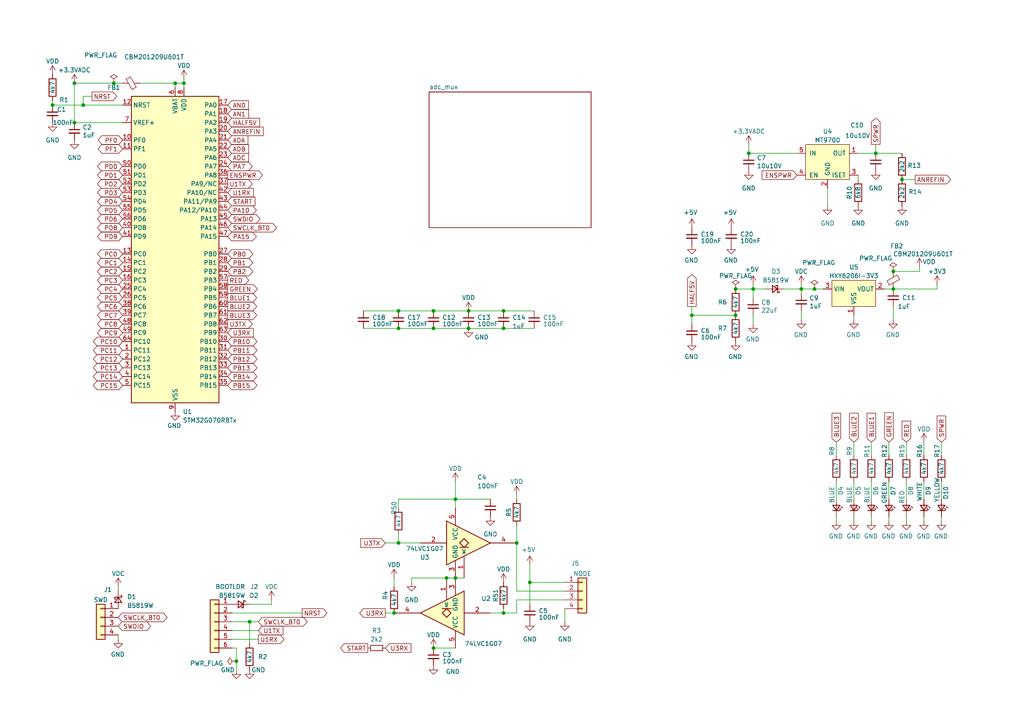
<source format=kicad_sch>
(kicad_sch (version 20231120) (generator "eeschema") (generator_version "8.0")
  (paper "A4")
  (title_block (title "DRYER_ADC_4051") (date "2023-08-19") (rev "0.91") (company "Patento Kft") (comment 1 "Layout:TJP") (comment 2 "Drawing: TJP") (comment 3 "Design:TJP"))
  (junction (at 259.08 78.74))
  (junction (at 125.73 95.25))
  (junction (at 21.59 24.13))
  (junction (at 115.57 95.25))
  (junction (at 153.67 168.91))
  (junction (at 236.22 83.82))
  (junction (at 72.39 180.34))
  (junction (at 125.73 187.96))
  (junction (at 24.13 30.48))
  (junction (at 15.24 30.48))
  (junction (at 261.62 52.07))
  (junction (at 146.05 95.25))
  (junction (at 146.05 177.8))
  (junction (at 135.89 90.17))
  (junction (at 259.08 83.82))
  (junction (at 213.36 91.44))
  (junction (at 50.8 24.13))
  (junction (at 149.86 157.48))
  (junction (at 125.73 90.17))
  (junction (at 115.57 157.48))
  (junction (at 217.17 44.45))
  (junction (at 254 44.45))
  (junction (at 232.41 83.82))
  (junction (at 132.08 167.64))
  (junction (at 53.34 24.13))
  (junction (at 68.58 191.77))
  (junction (at 213.36 83.82))
  (junction (at 33.02 24.13))
  (junction (at 21.59 35.56))
  (junction (at 129.54 167.64))
  (junction (at 218.44 83.82))
  (junction (at 200.66 91.44))
  (junction (at 114.3 177.8))
  (junction (at 135.89 95.25))
  (junction (at 132.08 144.78))
  (junction (at 115.57 90.17))
  (junction (at 146.05 90.17))
  (wire (pts (xy 256.54 83.82) (xy 259.08 83.82)))
  (wire (pts (xy 74.93 185.42) (xy 67.31 185.42)))
  (wire (pts (xy 146.05 90.17) (xy 154.94 90.17)))
  (wire (pts (xy 115.57 90.17) (xy 125.73 90.17)))
  (wire (pts (xy 242.57 128.27) (xy 242.57 132.08)))
  (wire (pts (xy 21.59 35.56) (xy 21.59 24.13)))
  (wire (pts (xy 247.65 91.44) (xy 247.65 92.71)))
  (wire (pts (xy 217.17 41.91) (xy 217.17 44.45)))
  (wire (pts (xy 111.76 157.48) (xy 115.57 157.48)))
  (wire (pts (xy 115.57 154.94) (xy 115.57 157.48)))
  (wire (pts (xy 218.44 83.82) (xy 222.25 83.82)))
  (wire (pts (xy 72.39 180.34) (xy 72.39 186.69)))
  (wire (pts (xy 153.67 175.26) (xy 153.67 168.91)))
  (wire (pts (xy 163.83 176.53) (xy 163.83 180.34)))
  (wire (pts (xy 248.92 44.45) (xy 254 44.45)))
  (wire (pts (xy 149.86 143.51) (xy 149.86 144.78)))
  (wire (pts (xy 34.29 171.45) (xy 34.29 170.18)))
  (wire (pts (xy 87.63 177.8) (xy 67.31 177.8)))
  (wire (pts (xy 24.13 30.48) (xy 35.56 30.48)))
  (wire (pts (xy 273.05 151.13) (xy 273.05 149.86)))
  (wire (pts (xy 125.73 90.17) (xy 135.89 90.17)))
  (wire (pts (xy 53.34 24.13) (xy 53.34 25.4)))
  (wire (pts (xy 247.65 139.7) (xy 247.65 144.78)))
  (wire (pts (xy 50.8 24.13) (xy 50.8 25.4)))
  (wire (pts (xy 153.67 163.83) (xy 153.67 168.91)))
  (wire (pts (xy 129.54 167.64) (xy 119.38 167.64)))
  (wire (pts (xy 254 44.45) (xy 261.62 44.45)))
  (wire (pts (xy 218.44 83.82) (xy 218.44 82.55)))
  (wire (pts (xy 218.44 83.82) (xy 218.44 86.36)))
  (wire (pts (xy 111.76 177.8) (xy 114.3 177.8)))
  (wire (pts (xy 262.89 139.7) (xy 262.89 144.78)))
  (wire (pts (xy 248.92 50.8) (xy 248.92 52.07)))
  (wire (pts (xy 267.97 128.27) (xy 267.97 132.08)))
  (wire (pts (xy 232.41 90.17) (xy 232.41 92.71)))
  (wire (pts (xy 259.08 88.9) (xy 259.08 92.71)))
  (wire (pts (xy 273.05 128.27) (xy 273.05 132.08)))
  (wire (pts (xy 34.29 184.15) (xy 34.29 185.42)))
  (wire (pts (xy 40.64 24.13) (xy 50.8 24.13)))
  (wire (pts (xy 257.81 128.27) (xy 257.81 132.08)))
  (wire (pts (xy 240.03 54.61) (xy 240.03 59.69)))
  (wire (pts (xy 252.73 151.13) (xy 252.73 149.86)))
  (wire (pts (xy 68.58 191.77) (xy 68.58 194.31)))
  (wire (pts (xy 53.34 22.86) (xy 53.34 24.13)))
  (wire (pts (xy 68.58 187.96) (xy 67.31 187.96)))
  (wire (pts (xy 15.24 29.21) (xy 15.24 30.48)))
  (wire (pts (xy 262.89 128.27) (xy 262.89 132.08)))
  (wire (pts (xy 149.86 157.48) (xy 149.86 171.45)))
  (wire (pts (xy 149.86 152.4) (xy 149.86 157.48)))
  (wire (pts (xy 78.74 175.26) (xy 72.39 175.26)))
  (wire (pts (xy 271.78 83.82) (xy 271.78 82.55)))
  (wire (pts (xy 259.08 83.82) (xy 271.78 83.82)))
  (wire (pts (xy 273.05 139.7) (xy 273.05 144.78)))
  (wire (pts (xy 72.39 180.34) (xy 67.31 180.34)))
  (wire (pts (xy 266.7 78.74) (xy 266.7 77.47)))
  (wire (pts (xy 115.57 147.32) (xy 115.57 144.78)))
  (wire (pts (xy 153.67 168.91) (xy 163.83 168.91)))
  (wire (pts (xy 21.59 24.13) (xy 33.02 24.13)))
  (wire (pts (xy 74.93 182.88) (xy 67.31 182.88)))
  (wire (pts (xy 252.73 139.7) (xy 252.73 144.78)))
  (wire (pts (xy 26.67 27.94) (xy 24.13 27.94)))
  (wire (pts (xy 78.74 175.26) (xy 78.74 173.99)))
  (wire (pts (xy 105.41 95.25) (xy 115.57 95.25)))
  (wire (pts (xy 257.81 139.7) (xy 257.81 144.78)))
  (wire (pts (xy 146.05 95.25) (xy 154.94 95.25)))
  (wire (pts (xy 149.86 173.99) (xy 163.83 173.99)))
  (wire (pts (xy 115.57 157.48) (xy 121.92 157.48)))
  (wire (pts (xy 267.97 151.13) (xy 267.97 149.86)))
  (wire (pts (xy 149.86 171.45) (xy 163.83 171.45)))
  (wire (pts (xy 119.38 167.64) (xy 119.38 168.91)))
  (wire (pts (xy 254 41.91) (xy 254 44.45)))
  (wire (pts (xy 262.89 151.13) (xy 262.89 149.86)))
  (wire (pts (xy 146.05 176.53) (xy 146.05 177.8)))
  (wire (pts (xy 200.66 88.9) (xy 200.66 91.44)))
  (wire (pts (xy 35.56 35.56) (xy 21.59 35.56)))
  (wire (pts (xy 68.58 187.96) (xy 68.58 191.77)))
  (wire (pts (xy 50.8 24.13) (xy 53.34 24.13)))
  (wire (pts (xy 149.86 177.8) (xy 149.86 173.99)))
  (wire (pts (xy 146.05 177.8) (xy 149.86 177.8)))
  (wire (pts (xy 257.81 151.13) (xy 257.81 149.86)))
  (wire (pts (xy 142.24 144.78) (xy 132.08 144.78)))
  (wire (pts (xy 242.57 151.13) (xy 242.57 149.86)))
  (wire (pts (xy 200.66 91.44) (xy 213.36 91.44)))
  (wire (pts (xy 125.73 95.25) (xy 135.89 95.25)))
  (wire (pts (xy 74.93 180.34) (xy 72.39 180.34)))
  (wire (pts (xy 232.41 85.09) (xy 232.41 83.82)))
  (wire (pts (xy 33.02 24.13) (xy 35.56 24.13)))
  (wire (pts (xy 125.73 187.96) (xy 132.08 187.96)))
  (wire (pts (xy 142.24 177.8) (xy 146.05 177.8)))
  (wire (pts (xy 134.62 167.64) (xy 132.08 167.64)))
  (wire (pts (xy 252.73 128.27) (xy 252.73 132.08)))
  (wire (pts (xy 247.65 128.27) (xy 247.65 132.08)))
  (wire (pts (xy 132.08 144.78) (xy 132.08 147.32)))
  (wire (pts (xy 236.22 83.82) (xy 238.76 83.82)))
  (wire (pts (xy 115.57 95.25) (xy 125.73 95.25)))
  (wire (pts (xy 135.89 90.17) (xy 146.05 90.17)))
  (wire (pts (xy 135.89 95.25) (xy 146.05 95.25)))
  (wire (pts (xy 266.7 78.74) (xy 259.08 78.74)))
  (wire (pts (xy 114.3 167.64) (xy 114.3 170.18)))
  (wire (pts (xy 232.41 82.55) (xy 232.41 83.82)))
  (wire (pts (xy 200.66 93.98) (xy 200.66 91.44)))
  (wire (pts (xy 15.24 30.48) (xy 24.13 30.48)))
  (wire (pts (xy 218.44 91.44) (xy 218.44 93.98)))
  (wire (pts (xy 115.57 144.78) (xy 132.08 144.78)))
  (wire (pts (xy 227.33 83.82) (xy 232.41 83.82)))
  (wire (pts (xy 242.57 139.7) (xy 242.57 144.78)))
  (wire (pts (xy 217.17 44.45) (xy 231.14 44.45)))
  (wire (pts (xy 267.97 139.7) (xy 267.97 144.78)))
  (wire (pts (xy 105.41 90.17) (xy 115.57 90.17)))
  (wire (pts (xy 247.65 151.13) (xy 247.65 149.86)))
  (wire (pts (xy 132.08 167.64) (xy 129.54 167.64)))
  (wire (pts (xy 132.08 139.7) (xy 132.08 144.78)))
  (wire (pts (xy 24.13 27.94) (xy 24.13 30.48)))
  (wire (pts (xy 261.62 52.07) (xy 265.43 52.07)))
  (wire (pts (xy 232.41 83.82) (xy 236.22 83.82)))
  (wire (pts (xy 213.36 83.82) (xy 218.44 83.82)))
  (global_label "START" (shape input) (at 66.04 58.42 0) (property "Intersheetrefs" "${INTERSHEET_REFS}" (effects (hide yes))))
  (global_label "U1TX" (shape output) (at 66.04 53.34 0) (property "Intersheetrefs" "${INTERSHEET_REFS}" (effects (hide yes))))
  (global_label "GREEN" (shape input) (at 257.81 128.27 90) (property "Intersheetrefs" "${INTERSHEET_REFS}" (effects (hide yes))))
  (global_label "PB2" (shape bidirectional) (at 66.04 78.74 0) (property "Intersheetrefs" "${INTERSHEET_REFS}" (effects (hide yes))))
  (global_label "PD8" (shape bidirectional) (at 35.56 66.04 180) (property "Intersheetrefs" "${INTERSHEET_REFS}" (effects (hide yes))))
  (global_label "PF0" (shape bidirectional) (at 35.56 40.64 180) (property "Intersheetrefs" "${INTERSHEET_REFS}" (effects (hide yes))))
  (global_label "U1RX" (shape input) (at 66.04 55.88 0) (property "Intersheetrefs" "${INTERSHEET_REFS}" (effects (hide yes))))
  (global_label "PD5" (shape bidirectional) (at 35.56 60.96 180) (property "Intersheetrefs" "${INTERSHEET_REFS}" (effects (hide yes))))
  (global_label "PB10" (shape bidirectional) (at 66.04 99.06 0) (property "Intersheetrefs" "${INTERSHEET_REFS}" (effects (hide yes))))
  (global_label "PF1" (shape bidirectional) (at 35.56 43.18 180) (property "Intersheetrefs" "${INTERSHEET_REFS}" (effects (hide yes))))
  (global_label "NRST" (shape output) (at 26.67 27.94 0) (property "Intersheetrefs" "${INTERSHEET_REFS}" (effects (hide yes))))
  (global_label "SWDIO" (shape bidirectional) (at 66.04 63.5 0) (property "Intersheetrefs" "${INTERSHEET_REFS}" (effects (hide yes))))
  (global_label "PC11" (shape bidirectional) (at 35.56 101.6 180) (property "Intersheetrefs" "${INTERSHEET_REFS}" (effects (hide yes))))
  (global_label "PD6" (shape bidirectional) (at 35.56 63.5 180) (property "Intersheetrefs" "${INTERSHEET_REFS}" (effects (hide yes))))
  (global_label "PB13" (shape bidirectional) (at 66.04 106.68 0) (property "Intersheetrefs" "${INTERSHEET_REFS}" (effects (hide yes))))
  (global_label "BLUE2" (shape input) (at 247.65 128.27 90) (property "Intersheetrefs" "${INTERSHEET_REFS}" (effects (hide yes))))
  (global_label "SWCLK_BT0" (shape bidirectional) (at 34.29 179.07 0) (property "Intersheetrefs" "${INTERSHEET_REFS}" (effects (hide yes))))
  (global_label "ENSPWR" (shape input) (at 231.14 50.8 180) (property "Intersheetrefs" "${INTERSHEET_REFS}" (effects (hide yes))))
  (global_label "PC0" (shape bidirectional) (at 35.56 73.66 180) (property "Intersheetrefs" "${INTERSHEET_REFS}" (effects (hide yes))))
  (global_label "PA7" (shape bidirectional) (at 66.04 48.26 0) (property "Intersheetrefs" "${INTERSHEET_REFS}" (effects (hide yes))))
  (global_label "PC6" (shape bidirectional) (at 35.56 88.9 180) (property "Intersheetrefs" "${INTERSHEET_REFS}" (effects (hide yes))))
  (global_label "SPWR" (shape output) (at 254 41.91 90) (property "Intersheetrefs" "${INTERSHEET_REFS}" (effects (hide yes))))
  (global_label "ADA" (shape input) (at 66.04 40.64 0) (property "Intersheetrefs" "${INTERSHEET_REFS}" (effects (hide yes))))
  (global_label "PC1" (shape bidirectional) (at 35.56 76.2 180) (property "Intersheetrefs" "${INTERSHEET_REFS}" (effects (hide yes))))
  (global_label "PB14" (shape bidirectional) (at 66.04 109.22 0) (property "Intersheetrefs" "${INTERSHEET_REFS}" (effects (hide yes))))
  (global_label "SWCLK_BT0" (shape bidirectional) (at 66.04 66.04 0) (property "Intersheetrefs" "${INTERSHEET_REFS}" (effects (hide yes))))
  (global_label "PC4" (shape bidirectional) (at 35.56 83.82 180) (property "Intersheetrefs" "${INTERSHEET_REFS}" (effects (hide yes))))
  (global_label "ANREFIN" (shape output) (at 265.43 52.07 0) (property "Intersheetrefs" "${INTERSHEET_REFS}" (effects (hide yes))))
  (global_label "RED" (shape output) (at 66.04 81.28 0) (property "Intersheetrefs" "${INTERSHEET_REFS}" (effects (hide yes))))
  (global_label "PC13" (shape bidirectional) (at 35.56 106.68 180) (property "Intersheetrefs" "${INTERSHEET_REFS}" (effects (hide yes))))
  (global_label "HALF5V" (shape input) (at 66.04 35.56 0) (property "Intersheetrefs" "${INTERSHEET_REFS}" (effects (hide yes))))
  (global_label "PC10" (shape bidirectional) (at 35.56 99.06 180) (property "Intersheetrefs" "${INTERSHEET_REFS}" (effects (hide yes))))
  (global_label "SWDIO" (shape bidirectional) (at 34.29 181.61 0) (property "Intersheetrefs" "${INTERSHEET_REFS}" (effects (hide yes))))
  (global_label "U3RX" (shape input) (at 66.04 96.52 0) (property "Intersheetrefs" "${INTERSHEET_REFS}" (effects (hide yes))))
  (global_label "BLUE1" (shape output) (at 66.04 86.36 0) (property "Intersheetrefs" "${INTERSHEET_REFS}" (effects (hide yes))))
  (global_label "PD2" (shape bidirectional) (at 35.56 53.34 180) (property "Intersheetrefs" "${INTERSHEET_REFS}" (effects (hide yes))))
  (global_label "U3TX" (shape output) (at 66.04 93.98 0) (property "Intersheetrefs" "${INTERSHEET_REFS}" (effects (hide yes))))
  (global_label "PD4" (shape bidirectional) (at 35.56 58.42 180) (property "Intersheetrefs" "${INTERSHEET_REFS}" (effects (hide yes))))
  (global_label "PC14" (shape bidirectional) (at 35.56 109.22 180) (property "Intersheetrefs" "${INTERSHEET_REFS}" (effects (hide yes))))
  (global_label "AN0" (shape input) (at 66.04 30.48 0) (property "Intersheetrefs" "${INTERSHEET_REFS}" (effects (hide yes))))
  (global_label "PA10" (shape bidirectional) (at 66.04 60.96 0) (property "Intersheetrefs" "${INTERSHEET_REFS}" (effects (hide yes))))
  (global_label "U1TX" (shape input) (at 74.93 182.88 0) (property "Intersheetrefs" "${INTERSHEET_REFS}" (effects (hide yes))))
  (global_label "SPWR" (shape input) (at 273.05 128.27 90) (property "Intersheetrefs" "${INTERSHEET_REFS}" (effects (hide yes))))
  (global_label "ANREFIN" (shape input) (at 66.04 38.1 0) (property "Intersheetrefs" "${INTERSHEET_REFS}" (effects (hide yes))))
  (global_label "BLUE2" (shape output) (at 66.04 88.9 0) (property "Intersheetrefs" "${INTERSHEET_REFS}" (effects (hide yes))))
  (global_label "PB0" (shape bidirectional) (at 66.04 73.66 0) (property "Intersheetrefs" "${INTERSHEET_REFS}" (effects (hide yes))))
  (global_label "PC7" (shape bidirectional) (at 35.56 91.44 180) (property "Intersheetrefs" "${INTERSHEET_REFS}" (effects (hide yes))))
  (global_label "ENSPWR" (shape output) (at 66.04 50.8 0) (property "Intersheetrefs" "${INTERSHEET_REFS}" (effects (hide yes))))
  (global_label "PD1" (shape bidirectional) (at 35.56 50.8 180) (property "Intersheetrefs" "${INTERSHEET_REFS}" (effects (hide yes))))
  (global_label "PD0" (shape bidirectional) (at 35.56 48.26 180) (property "Intersheetrefs" "${INTERSHEET_REFS}" (effects (hide yes))))
  (global_label "U1RX" (shape output) (at 74.93 185.42 0) (property "Intersheetrefs" "${INTERSHEET_REFS}" (effects (hide yes))))
  (global_label "ADC" (shape input) (at 66.04 45.72 0) (property "Intersheetrefs" "${INTERSHEET_REFS}" (effects (hide yes))))
  (global_label "NRST" (shape output) (at 87.63 177.8 0) (property "Intersheetrefs" "${INTERSHEET_REFS}" (effects (hide yes))))
  (global_label "BLUE3" (shape input) (at 242.57 128.27 90) (property "Intersheetrefs" "${INTERSHEET_REFS}" (effects (hide yes))))
  (global_label "U3RX" (shape output) (at 111.76 177.8 180) (property "Intersheetrefs" "${INTERSHEET_REFS}" (effects (hide yes))))
  (global_label "START" (shape output) (at 106.68 187.96 180) (property "Intersheetrefs" "${INTERSHEET_REFS}" (effects (hide yes))))
  (global_label "PC15" (shape bidirectional) (at 35.56 111.76 180) (property "Intersheetrefs" "${INTERSHEET_REFS}" (effects (hide yes))))
  (global_label "PC3" (shape bidirectional) (at 35.56 81.28 180) (property "Intersheetrefs" "${INTERSHEET_REFS}" (effects (hide yes))))
  (global_label "BLUE3" (shape output) (at 66.04 91.44 0) (property "Intersheetrefs" "${INTERSHEET_REFS}" (effects (hide yes))))
  (global_label "SWCLK_BT0" (shape bidirectional) (at 74.93 180.34 0) (property "Intersheetrefs" "${INTERSHEET_REFS}" (effects (hide yes))))
  (global_label "ADB" (shape input) (at 66.04 43.18 0) (property "Intersheetrefs" "${INTERSHEET_REFS}" (effects (hide yes))))
  (global_label "BLUE1" (shape input) (at 252.73 128.27 90) (property "Intersheetrefs" "${INTERSHEET_REFS}" (effects (hide yes))))
  (global_label "PB11" (shape bidirectional) (at 66.04 101.6 0) (property "Intersheetrefs" "${INTERSHEET_REFS}" (effects (hide yes))))
  (global_label "PC2" (shape bidirectional) (at 35.56 78.74 180) (property "Intersheetrefs" "${INTERSHEET_REFS}" (effects (hide yes))))
  (global_label "U3RX" (shape input) (at 111.76 187.96 0) (property "Intersheetrefs" "${INTERSHEET_REFS}" (effects (hide yes))))
  (global_label "PC8" (shape bidirectional) (at 35.56 93.98 180) (property "Intersheetrefs" "${INTERSHEET_REFS}" (effects (hide yes))))
  (global_label "PD3" (shape bidirectional) (at 35.56 55.88 180) (property "Intersheetrefs" "${INTERSHEET_REFS}" (effects (hide yes))))
  (global_label "U3TX" (shape input) (at 111.76 157.48 180) (property "Intersheetrefs" "${INTERSHEET_REFS}" (effects (hide yes))))
  (global_label "HALF5V" (shape output) (at 200.66 88.9 90) (property "Intersheetrefs" "${INTERSHEET_REFS}" (effects (hide yes))))
  (global_label "PB1" (shape bidirectional) (at 66.04 76.2 0) (property "Intersheetrefs" "${INTERSHEET_REFS}" (effects (hide yes))))
  (global_label "PC5" (shape bidirectional) (at 35.56 86.36 180) (property "Intersheetrefs" "${INTERSHEET_REFS}" (effects (hide yes))))
  (global_label "PA15" (shape bidirectional) (at 66.04 68.58 0) (property "Intersheetrefs" "${INTERSHEET_REFS}" (effects (hide yes))))
  (global_label "PC12" (shape bidirectional) (at 35.56 104.14 180) (property "Intersheetrefs" "${INTERSHEET_REFS}" (effects (hide yes))))
  (global_label "GREEN" (shape output) (at 66.04 83.82 0) (property "Intersheetrefs" "${INTERSHEET_REFS}" (effects (hide yes))))
  (global_label "RED" (shape input) (at 262.89 128.27 90) (property "Intersheetrefs" "${INTERSHEET_REFS}" (effects (hide yes))))
  (global_label "PC9" (shape bidirectional) (at 35.56 96.52 180) (property "Intersheetrefs" "${INTERSHEET_REFS}" (effects (hide yes))))
  (global_label "PB15" (shape bidirectional) (at 66.04 111.76 0) (property "Intersheetrefs" "${INTERSHEET_REFS}" (effects (hide yes))))
  (global_label "AN1" (shape input) (at 66.04 33.02 0) (property "Intersheetrefs" "${INTERSHEET_REFS}" (effects (hide yes))))
  (global_label "PB12" (shape bidirectional) (at 66.04 104.14 0) (property "Intersheetrefs" "${INTERSHEET_REFS}" (effects (hide yes))))
  (global_label "PD9" (shape bidirectional) (at 35.56 68.58 180) (property "Intersheetrefs" "${INTERSHEET_REFS}" (effects (hide yes))))
  (symbol (lib_id "power:PWR_FLAG") (at 68.58 191.77 90) (mirror x) (unit 1)
    (property "Reference" "#FLG02" (effects (hide yes)))
    (property "Value" "PWR_FLAG" (at 64.77 192.405 90) (effects (justify left)))
  )
  (symbol (lib_id "power:VDD") (at 266.7 77.47 0) (unit 1)
    (property "Reference" "#PWR041" (effects (hide yes)))
    (property "Value" "VDD" (at 269.494 75.946 0))
  )
  (symbol (lib_id "power:GND") (at 68.58 194.31 0) (mirror y) (unit 1)
    (property "Reference" "#PWR09" (effects (hide yes)))
    (property "Value" "GND" (at 66.04 194.31 0))
  )
  (symbol (lib_id "power:GND") (at 261.62 59.69 0) (unit 1)
    (property "Reference" "#PWR039" (effects (hide yes)))
    (property "Value" "GND" (at 261.62 64.77 0))
  )
  (symbol (lib_id "Device:R") (at 72.39 190.5 0) (unit 1)
    (property "Reference" "R2" (at 76.2 190.5 0))
    (property "Value" "4k7" (at 72.39 190.5 90))
    (property "Footprint" "Resistor_SMD:R_0402_1005Metric" (effects (hide yes)))
    (property "JLCPCB" "C25900" (effects (hide yes)))
    (property "LCSC #" "C25900" (effects (hide yes)))
  )
  (symbol (lib_id "power:VDD") (at 135.89 90.17 0) (unit 1)
    (property "Reference" "#PWR047" (effects (hide yes)))
    (property "Value" "VDD" (at 135.89 86.36 0))
  )
  (symbol (lib_id "power:PWR_FLAG") (at 213.36 83.82 0) (unit 1)
    (property "Reference" "#FLG03" (effects (hide yes)))
    (property "Value" "PWR_FLAG" (at 213.36 80.01 0))
  )
  (symbol (lib_id "Device:R") (at 267.97 135.89 0) (mirror y) (unit 1)
    (property "Reference" "R16" (at 266.7 130.81 90))
    (property "Value" "4k7" (at 267.97 135.89 90))
    (property "Footprint" "Resistor_SMD:R_0402_1005Metric" (effects (hide yes)))
    (property "JLCPCB" "C25900" (effects (hide yes)))
    (property "LCSC #" "C25900" (effects (hide yes)))
  )
  (symbol (lib_id "power:VDD") (at 15.24 21.59 0) (unit 1)
    (property "Reference" "#PWR01" (effects (hide yes)))
    (property "Value" "VDD" (at 15.24 17.78 0))
  )
  (symbol (lib_id "power:GND") (at 267.97 151.13 0) (mirror y) (unit 1)
    (property "Reference" "#PWR043" (effects (hide yes)))
    (property "Value" "GND" (at 267.843 155.5242 0))
  )
  (symbol (lib_id "tjp_lib:HXY6206I") (at 247.65 83.82 0) (unit 1)
    (property "Reference" "U5" (at 247.65 77.47 0))
    (property "Value" "HXY6206I-3V3" (at 247.65 80.01 0))
    (property "Footprint" "Package_TO_SOT_SMD:SOT-23" (effects (hide yes)))
    (property "JLCPCB" "C5148688" (effects (hide yes)))
    (property "LCSC #" "C5148688" (effects (hide yes)))
  )
  (symbol (lib_id "power:VDD") (at 114.3 167.64 0) (unit 1)
    (property "Reference" "#PWR012" (effects (hide yes)))
    (property "Value" "VDD" (at 114.3 163.83 0))
  )
  (symbol (lib_id "Device:R") (at 146.05 172.72 0) (mirror y) (unit 1)
    (property "Reference" "R51" (at 143.764 172.72 90))
    (property "Value" "4k7" (at 146.05 172.72 90))
    (property "Footprint" "Resistor_SMD:R_0402_1005Metric" (effects (hide yes)))
    (property "JLCPCB" "C25900" (effects (hide yes)))
    (property "LCSC #" "C25900" (effects (hide yes)))
  )
  (symbol (lib_id "dryer_node-rescue:Ferrite_Bead_Small-Device") (at 38.1 24.13 90) (mirror x) (unit 1)
    (property "Reference" "FB1" (at 33.02 25.4 90))
    (property "Value" "CBM201209U601T" (at 44.704 16.51 90))
    (property "Footprint" "Inductor_SMD:L_0805_2012Metric_Pad1.15x1.40mm_HandSolder" (effects (hide yes)))
    (property "JLCPCB" "C139168" (effects (hide yes)))
    (property "LCSC #" "C139168" (effects (hide yes)))
  )
  (symbol (lib_id "Connector_Generic:Conn_01x04") (at 168.91 171.45 0) (unit 1)
    (property "Reference" "J5" (at 166.8272 163.3982 0))
    (property "Value" "NODE" (at 168.91 166.37 0))
    (property "Footprint" "Connector_JST:JST_XH_B4B-XH-A_1x04_P2.50mm_Vertical" (effects (hide yes)))
    (property "JLCPCB" "C144395" (effects (hide yes)))
    (property "LCSC #" "C144395" (effects (hide yes)))
  )
  (symbol (lib_id "Device:LED_Small") (at 257.81 147.32 270) (mirror x) (unit 1)
    (property "Reference" "D7" (at 259.08 140.97 0) (effects (justify right)))
    (property "Value" "GREEN" (at 256.54 139.7 0) (effects (justify right)))
    (property "Footprint" "LED_SMD:LED_0603_1608Metric" (effects (hide yes)))
    (property "Sourcing link" "https://lomex.hu/hu/webshop/#/search,95-03-86/stype,1" (effects (hide yes)))
    (property "JLCPCB" "C72043" (effects (hide yes)))
    (property "LCSC #" "C72043" (effects (hide yes)))
  )
  (symbol (lib_id "74xGxx:74LVC1G07") (at 127 177.8 180) (unit 1)
    (property "Reference" "U2" (at 140.97 173.6089 0))
    (property "Value" "74LVC1G07" (at 140.208 186.69 0))
    (property "Footprint" "Package_TO_SOT_SMD:SOT-23-5" (effects (hide yes)))
    (property "Datasheet" "https://www.ti.com/lit/ds/symlink/sn74lvc1g07.pdf" (effects (hide yes)))
    (property "JLCPCB" "C5124976" (effects (hide yes)))
    (property "LCSC #" "C5124976" (effects (hide yes)))
  )
  (symbol (lib_id "Device:R") (at 15.24 25.4 0) (mirror y) (unit 1)
    (property "Reference" "R1" (at 18.542 28.956 0))
    (property "Value" "4k7" (at 15.24 25.4 90))
    (property "Footprint" "Resistor_SMD:R_0402_1005Metric" (effects (hide yes)))
    (property "JLCPCB" "C25900" (effects (hide yes)))
    (property "LCSC #" "C25900" (effects (hide yes)))
  )
  (symbol (lib_id "Device:D_Schottky_Small") (at 34.29 173.99 270) (unit 1)
    (property "Reference" "D1" (at 36.83 173.101 90) (effects (justify left)))
    (property "Value" "B5819W" (at 36.83 175.641 90) (effects (justify left)))
    (property "Footprint" "Diode_SMD:D_SOD-123" (effects (hide yes)))
    (property "JLCPCB" "C8598" (effects (hide yes)))
    (property "LCSC #" "C8598" (effects (hide yes)))
  )
  (symbol (lib_id "Device:LED_Small") (at 247.65 147.32 270) (mirror x) (unit 1)
    (property "Reference" "D5" (at 248.92 140.97 0) (effects (justify right)))
    (property "Value" "BLUE" (at 246.38 140.97 0) (effects (justify right)))
    (property "Footprint" "LED_SMD:LED_0603_1608Metric" (effects (hide yes)))
    (property "Sourcing link" "https://lomex.hu/hu/webshop/#/search,95-03-86/stype,1" (effects (hide yes)))
    (property "JLCPCB" "C72041" (effects (hide yes)))
    (property "LCSC #" "C72041" (effects (hide yes)))
  )
  (symbol (lib_id "power:VDC") (at 232.41 82.55 0) (unit 1)
    (property "Reference" "#PWR028" (effects (hide yes)))
    (property "Value" "VDC" (at 232.41 78.74 0))
  )
  (symbol (lib_id "power:GND") (at 262.89 151.13 0) (mirror y) (unit 1)
    (property "Reference" "#PWR040" (effects (hide yes)))
    (property "Value" "GND" (at 262.763 155.5242 0))
  )
  (symbol (lib_id "power:GND") (at 247.65 92.71 0) (mirror y) (unit 1)
    (property "Reference" "#PWR032" (effects (hide yes)))
    (property "Value" "GND" (at 247.523 97.1042 0))
  )
  (symbol (lib_id "power:GND") (at 50.8 119.38 0) (unit 1)
    (property "Reference" "#PWR07" (effects (hide yes)))
    (property "Value" "GND" (at 50.546 123.444 0))
  )
  (symbol (lib_id "Device:C_Small") (at 217.17 46.99 0) (unit 1)
    (property "Reference" "C7" (at 219.5068 45.8216 0) (effects (justify left)))
    (property "Value" "10u10V" (at 219.5068 48.133 0) (effects (justify left)))
    (property "Footprint" "Capacitor_SMD:C_0603_1608Metric" (effects (hide yes)))
    (property "JLCPCB" "C19702" (effects (hide yes)))
    (property "LCSC #" "C19702" (effects (hide yes)))
  )
  (symbol (lib_id "power:GND") (at 218.44 93.98 0) (mirror y) (unit 1)
    (property "Reference" "#PWR027" (effects (hide yes)))
    (property "Value" "GND" (at 218.313 98.3742 0))
  )
  (symbol (lib_id "power:+5V") (at 153.67 163.83 0) (mirror y) (unit 1)
    (property "Reference" "#PWR019" (effects (hide yes)))
    (property "Value" "+5V" (at 153.289 159.4358 0))
  )
  (symbol (lib_id "power:GND") (at 153.67 180.34 0) (unit 1)
    (property "Reference" "#PWR020" (effects (hide yes)))
    (property "Value" "GND" (at 153.67 185.42 0))
  )
  (symbol (lib_id "Device:LED_Small") (at 252.73 147.32 270) (mirror x) (unit 1)
    (property "Reference" "D6" (at 254 140.97 0) (effects (justify right)))
    (property "Value" "BLUE" (at 251.46 140.97 0) (effects (justify right)))
    (property "Footprint" "LED_SMD:LED_0603_1608Metric" (effects (hide yes)))
    (property "Sourcing link" "https://lomex.hu/hu/webshop/#/search,95-03-86/stype,1" (effects (hide yes)))
    (property "JLCPCB" "C72041" (effects (hide yes)))
    (property "LCSC #" "C72041" (effects (hide yes)))
  )
  (symbol (lib_id "power:GND") (at 125.73 193.04 0) (unit 1)
    (property "Reference" "#PWR015" (effects (hide yes)))
    (property "Value" "GND" (at 131.318 194.818 0))
  )
  (symbol (lib_id "Device:R") (at 273.05 135.89 0) (mirror y) (unit 1)
    (property "Reference" "R17" (at 271.78 130.81 90))
    (property "Value" "4k7" (at 273.05 135.89 90))
    (property "Footprint" "Resistor_SMD:R_0402_1005Metric" (effects (hide yes)))
    (property "JLCPCB" "C25900" (effects (hide yes)))
    (property "LCSC #" "C25900" (effects (hide yes)))
  )
  (symbol (lib_id "Device:C_Small") (at 154.94 92.71 0) (unit 1)
    (property "Reference" "C15" (at 157.48 92.0813 0) (effects (justify left)))
    (property "Value" "100nF" (at 157.48 93.98 0) (effects (justify left)))
    (property "Footprint" "Capacitor_SMD:C_0402_1005Metric" (effects (hide yes)))
    (property "JLCPCB" "C1525" (effects (hide yes)))
    (property "LCSC #" "C1525" (effects (hide yes)))
  )
  (symbol (lib_id "power:+5V") (at 200.66 66.04 0) (mirror y) (unit 1)
    (property "Reference" "#PWR067" (effects (hide yes)))
    (property "Value" "+5V" (at 200.279 61.6458 0))
  )
  (symbol (lib_id "power:GND") (at 135.89 95.25 0) (unit 1)
    (property "Reference" "#PWR048" (effects (hide yes)))
    (property "Value" "GND" (at 139.7 97.79 0))
  )
  (symbol (lib_id "power:GND") (at 252.73 151.13 0) (mirror y) (unit 1)
    (property "Reference" "#PWR035" (effects (hide yes)))
    (property "Value" "GND" (at 252.603 155.5242 0))
  )
  (symbol (lib_id "power:GND") (at 15.24 35.56 0) (unit 1)
    (property "Reference" "#PWR02" (effects (hide yes)))
    (property "Value" "GND" (at 15.24 40.64 0))
  )
  (symbol (lib_id "power:+3.3VADC") (at 217.17 41.91 0) (unit 1)
    (property "Reference" "#PWR024" (effects (hide yes)))
    (property "Value" "+3.3VADC" (at 217.17 38.1 0))
  )
  (symbol (lib_id "power:+5V") (at 212.09 66.04 0) (mirror y) (unit 1)
    (property "Reference" "#PWR068" (effects (hide yes)))
    (property "Value" "+5V" (at 211.709 61.6458 0))
  )
  (symbol (lib_id "power:GND") (at 163.83 180.34 0) (unit 1)
    (property "Reference" "#PWR021" (effects (hide yes)))
    (property "Value" "GND" (at 163.83 185.42 0))
  )
  (symbol (lib_id "Device:C_Small") (at 115.57 92.71 0) (unit 1)
    (property "Reference" "C17" (at 118.11 92.0813 0) (effects (justify left)))
    (property "Value" "100nF" (at 118.11 93.98 0) (effects (justify left)))
    (property "Footprint" "Capacitor_SMD:C_0402_1005Metric" (effects (hide yes)))
    (property "JLCPCB" "C1525" (effects (hide yes)))
    (property "LCSC #" "C1525" (effects (hide yes)))
  )
  (symbol (lib_id "power:PWR_FLAG") (at 236.22 83.82 0) (unit 1)
    (property "Reference" "#FLG04" (effects (hide yes)))
    (property "Value" "PWR_FLAG" (at 237.49 76.2 0))
  )
  (symbol (lib_id "power:PWR_FLAG") (at 33.02 24.13 0) (unit 1)
    (property "Reference" "#FLG01" (effects (hide yes)))
    (property "Value" "PWR_FLAG" (at 29.21 16.002 0))
  )
  (symbol (lib_id "74xGxx:74LVC1G07") (at 137.16 157.48 0) (unit 1)
    (property "Reference" "U3" (at 123.19 161.6711 0))
    (property "Value" "74LVC1G07" (at 123.19 159.1311 0))
    (property "Footprint" "Package_TO_SOT_SMD:SOT-23-5" (effects (hide yes)))
    (property "Datasheet" "https://www.ti.com/lit/ds/symlink/sn74lvc1g07.pdf" (effects (hide yes)))
    (property "JLCPCB" "C5124976" (effects (hide yes)))
    (property "LCSC #" "C5124976" (effects (hide yes)))
  )
  (symbol (lib_id "power:GND") (at 21.59 40.64 0) (unit 1)
    (property "Reference" "#PWR04" (effects (hide yes)))
    (property "Value" "GND" (at 21.59 45.72 0))
  )
  (symbol (lib_id "Device:R") (at 261.62 48.26 0) (mirror y) (unit 1)
    (property "Reference" "R13" (at 265.176 48.006 0))
    (property "Value" "2k2" (at 261.62 48.26 90))
    (property "Footprint" "Resistor_SMD:R_0402_1005Metric" (effects (hide yes)))
    (property "JLCPCB" "C517529" (effects (hide yes)))
    (property "LCSC #" "C517529" (effects (hide yes)))
  )
  (symbol (lib_id "power:GND") (at 232.41 92.71 0) (mirror y) (unit 1)
    (property "Reference" "#PWR029" (effects (hide yes)))
    (property "Value" "GND" (at 232.283 97.1042 0))
  )
  (symbol (lib_id "Connector_Generic:Conn_01x06") (at 62.23 180.34 0) (mirror y) (unit 1)
    (property "Reference" "J2" (at 74.93 170.18 0) (effects (justify left)))
    (property "Value" "BOOTLDR" (at 71.12 170.18 0) (effects (justify left)))
    (property "Footprint" "Connector_JST:JST_XH_B6B-XH-A_1x06_P2.50mm_Vertical" (effects (hide yes)))
    (property "JLCPCB" "C144397" (effects (hide yes)))
    (property "LCSC #" "C144397" (effects (hide yes)))
  )
  (symbol (lib_id "Device:C_Small") (at 259.08 86.36 0) (unit 1)
    (property "Reference" "C11" (at 261.62 86.36 0) (effects (justify left)))
    (property "Value" "1uF" (at 260.35 88.9 0) (effects (justify left)))
    (property "Footprint" "Capacitor_SMD:C_0603_1608Metric" (effects (hide yes)))
    (property "JLCPCB" "C15849" (effects (hide yes)))
    (property "LCSC #" "C15849" (effects (hide yes)))
  )
  (symbol (lib_id "Device:C_Small") (at 15.24 33.02 0) (unit 1)
    (property "Reference" "C1" (at 16.51 31.75 0) (effects (justify left)))
    (property "Value" "100nF" (at 15.24 35.56 0) (effects (justify left)))
    (property "Footprint" "Capacitor_SMD:C_0402_1005Metric" (effects (hide yes)))
    (property "JLCPCB" "C1525" (effects (hide yes)))
    (property "LCSC #" "C1525" (effects (hide yes)))
  )
  (symbol (lib_id "power:GND") (at 212.09 71.12 0) (mirror y) (unit 1)
    (property "Reference" "#PWR066" (effects (hide yes)))
    (property "Value" "GND" (at 211.963 75.5142 0))
  )
  (symbol (lib_id "Device:R") (at 248.92 55.88 0) (unit 1)
    (property "Reference" "R10" (at 246.38 55.88 90))
    (property "Value" "6k8" (at 248.92 55.88 90))
    (property "Footprint" "Resistor_SMD:R_0402_1005Metric" (effects (hide yes)))
    (property "JLCPCB" "C25917" (effects (hide yes)))
    (property "LCSC #" "C25917" (effects (hide yes)))
  )
  (symbol (lib_id "Device:C_Small") (at 218.44 88.9 0) (unit 1)
    (property "Reference" "C8" (at 220.7768 87.7316 0) (effects (justify left)))
    (property "Value" "22uF" (at 220.7768 90.043 0) (effects (justify left)))
    (property "Footprint" "Capacitor_SMD:C_1206_3216Metric" (effects (hide yes)))
    (property "JLCPCB" "C5672" (effects (hide yes)))
    (property "LCSC #" "C5672" (effects (hide yes)))
  )
  (symbol (lib_id "power:GND") (at 242.57 151.13 0) (mirror y) (unit 1)
    (property "Reference" "#PWR031" (effects (hide yes)))
    (property "Value" "GND" (at 242.443 155.5242 0))
  )
  (symbol (lib_id "power:VDD") (at 146.05 168.91 0) (unit 1)
    (property "Reference" "#PWR069" (effects (hide yes)))
    (property "Value" "VDD" (at 146.05 165.1 0))
  )
  (symbol (lib_id "Device:C_Small") (at 200.66 96.52 0) (unit 1)
    (property "Reference" "C6" (at 203.2 95.8913 0) (effects (justify left)))
    (property "Value" "100nF" (at 203.2 97.79 0) (effects (justify left)))
    (property "Footprint" "Capacitor_SMD:C_0402_1005Metric" (effects (hide yes)))
    (property "JLCPCB" "C1525" (effects (hide yes)))
    (property "LCSC #" "C1525" (effects (hide yes)))
  )
  (symbol (lib_id "power:VDC") (at 78.74 173.99 0) (mirror y) (unit 1)
    (property "Reference" "#PWR011" (effects (hide yes)))
    (property "Value" "VDC" (at 78.74 170.18 0))
  )
  (symbol (lib_id "Device:R") (at 114.3 173.99 0) (mirror y) (unit 1)
    (property "Reference" "R4" (at 111.76 172.72 90))
    (property "Value" "4k7" (at 114.3 173.99 90))
    (property "Footprint" "Resistor_SMD:R_0402_1005Metric" (effects (hide yes)))
    (property "JLCPCB" "C25900" (effects (hide yes)))
    (property "LCSC #" "C25900" (effects (hide yes)))
  )
  (symbol (lib_id "power:+5V") (at 218.44 82.55 0) (mirror y) (unit 1)
    (property "Reference" "#PWR026" (effects (hide yes)))
    (property "Value" "+5V" (at 218.059 78.1558 0))
  )
  (symbol (lib_id "Device:C_Small") (at 21.59 38.1 0) (unit 1)
    (property "Reference" "C2" (at 23.9268 36.9316 0) (effects (justify left)))
    (property "Value" "1uF" (at 23.9268 39.243 0) (effects (justify left)))
    (property "Footprint" "Capacitor_SMD:C_0603_1608Metric" (effects (hide yes)))
    (property "JLCPCB" "C15849" (effects (hide yes)))
    (property "LCSC #" "C15849" (effects (hide yes)))
  )
  (symbol (lib_id "power:GND") (at 200.66 99.06 0) (mirror y) (unit 1)
    (property "Reference" "#PWR022" (effects (hide yes)))
    (property "Value" "GND" (at 200.533 103.4542 0))
  )
  (symbol (lib_id "power:GND") (at 240.03 59.69 0) (unit 1)
    (property "Reference" "#PWR030" (effects (hide yes)))
    (property "Value" "GND" (at 240.03 64.77 0))
  )
  (symbol (lib_id "power:GND") (at 72.39 194.31 0) (mirror y) (unit 1)
    (property "Reference" "#PWR010" (effects (hide yes)))
    (property "Value" "GND" (at 74.93 194.31 0))
  )
  (symbol (lib_id "power:GND") (at 217.17 49.53 0) (unit 1)
    (property "Reference" "#PWR025" (effects (hide yes)))
    (property "Value" "GND" (at 217.17 54.61 0))
  )
  (symbol (lib_id "Device:R") (at 257.81 135.89 0) (mirror y) (unit 1)
    (property "Reference" "R12" (at 256.54 130.81 90))
    (property "Value" "4k7" (at 257.81 135.89 90))
    (property "Footprint" "Resistor_SMD:R_0402_1005Metric" (effects (hide yes)))
    (property "JLCPCB" "C25900" (effects (hide yes)))
    (property "LCSC #" "C25900" (effects (hide yes)))
  )
  (symbol (lib_id "Device:C_Small") (at 232.41 87.63 0) (unit 1)
    (property "Reference" "C9" (at 234.7468 86.4616 0) (effects (justify left)))
    (property "Value" "1uF" (at 234.7468 88.773 0) (effects (justify left)))
    (property "Footprint" "Capacitor_SMD:C_0603_1608Metric" (effects (hide yes)))
    (property "JLCPCB" "C15849" (effects (hide yes)))
    (property "LCSC #" "C15849" (effects (hide yes)))
  )
  (symbol (lib_id "Device:R") (at 149.86 148.59 0) (mirror y) (unit 1)
    (property "Reference" "R5" (at 147.574 148.59 90))
    (property "Value" "4k7" (at 149.86 148.59 90))
    (property "Footprint" "Resistor_SMD:R_0402_1005Metric" (effects (hide yes)))
    (property "JLCPCB" "C25900" (effects (hide yes)))
    (property "LCSC #" "C25900" (effects (hide yes)))
  )
  (symbol (lib_id "Device:C_Small") (at 135.89 92.71 0) (unit 1)
    (property "Reference" "C13" (at 138.43 92.0813 0) (effects (justify left)))
    (property "Value" "100nF" (at 138.43 93.98 0) (effects (justify left)))
    (property "Footprint" "Capacitor_SMD:C_0402_1005Metric" (effects (hide yes)))
    (property "JLCPCB" "C1525" (effects (hide yes)))
    (property "LCSC #" "C1525" (effects (hide yes)))
  )
  (symbol (lib_id "Device:LED_Small") (at 262.89 147.32 270) (mirror x) (unit 1)
    (property "Reference" "D8" (at 264.16 140.97 0) (effects (justify right)))
    (property "Value" "RED" (at 261.62 142.24 0) (effects (justify right)))
    (property "Footprint" "LED_SMD:LED_0603_1608Metric" (effects (hide yes)))
    (property "Sourcing link" "https://lomex.hu/hu/webshop/#/search,95-03-86/stype,1" (effects (hide yes)))
    (property "JLCPCB" "C2286" (effects (hide yes)))
    (property "LCSC #" "C2286" (effects (hide yes)))
  )
  (symbol (lib_id "Device:R") (at 242.57 135.89 0) (mirror y) (unit 1)
    (property "Reference" "R8" (at 241.3 130.81 90))
    (property "Value" "4k7" (at 242.57 135.89 90))
    (property "Footprint" "Resistor_SMD:R_0402_1005Metric" (effects (hide yes)))
    (property "JLCPCB" "C25900" (effects (hide yes)))
    (property "LCSC #" "C25900" (effects (hide yes)))
  )
  (symbol (lib_id "Device:D_Schottky_Small") (at 224.79 83.82 180) (unit 1)
    (property "Reference" "D3" (at 225.044 78.74 0))
    (property "Value" "B5819W" (at 225.044 81.28 0))
    (property "Footprint" "Diode_SMD:D_SOD-123" (effects (hide yes)))
    (property "JLCPCB" "C8598" (effects (hide yes)))
    (property "LCSC #" "C8598" (effects (hide yes)))
  )
  (symbol (lib_id "power:GND") (at 248.92 59.69 0) (unit 1)
    (property "Reference" "#PWR034" (effects (hide yes)))
    (property "Value" "GND" (at 248.92 64.77 0))
  )
  (symbol (lib_id "Device:R") (at 115.57 151.13 0) (mirror y) (unit 1)
    (property "Reference" "R50" (at 114.3 147.32 90))
    (property "Value" "4k7" (at 115.57 151.13 90))
    (property "Footprint" "Resistor_SMD:R_0402_1005Metric" (effects (hide yes)))
    (property "JLCPCB" "C25900" (effects (hide yes)))
    (property "LCSC #" "C25900" (effects (hide yes)))
  )
  (symbol (lib_id "power:GND") (at 119.38 168.91 0) (unit 1)
    (property "Reference" "#PWR013" (effects (hide yes)))
    (property "Value" "GND" (at 119.38 173.99 0))
  )
  (symbol (lib_id "Device:LED_Small") (at 273.05 147.32 270) (mirror x) (unit 1)
    (property "Reference" "D10" (at 274.32 140.97 0) (effects (justify right)))
    (property "Value" "YELLOW" (at 271.78 138.43 0) (effects (justify right)))
    (property "Footprint" "LED_SMD:LED_0603_1608Metric" (effects (hide yes)))
    (property "Sourcing link" "https://lomex.hu/hu/webshop/#/search,95-03-86/stype,1" (effects (hide yes)))
    (property "JLCPCB" "C72038" (effects (hide yes)))
    (property "LCSC #" "C72038" (effects (hide yes)))
  )
  (symbol (lib_id "Device:R") (at 247.65 135.89 0) (mirror y) (unit 1)
    (property "Reference" "R9" (at 246.38 130.81 90))
    (property "Value" "4k7" (at 247.65 135.89 90))
    (property "Footprint" "Resistor_SMD:R_0402_1005Metric" (effects (hide yes)))
    (property "JLCPCB" "C25900" (effects (hide yes)))
    (property "LCSC #" "C25900" (effects (hide yes)))
  )
  (symbol (lib_id "power:VDD") (at 53.34 22.86 0) (unit 1)
    (property "Reference" "#PWR08" (effects (hide yes)))
    (property "Value" "VDD" (at 53.34 19.05 0))
  )
  (symbol (lib_id "Device:R_Small") (at 109.22 187.96 90) (unit 1)
    (property "Reference" "R3" (at 109.22 182.88 90))
    (property "Value" "2k2" (at 109.22 185.42 90))
    (property "Footprint" "Resistor_SMD:R_0402_1005Metric" (effects (hide yes)))
    (property "JLCPCB" "C517529" (effects (hide yes)))
    (property "LCSC #" "C517529" (effects (hide yes)))
  )
  (symbol (lib_id "power:GND") (at 142.24 149.86 0) (unit 1)
    (property "Reference" "#PWR017" (effects (hide yes)))
    (property "Value" "GND" (at 142.24 154.94 0))
  )
  (symbol (lib_id "power:VDD") (at 267.97 128.27 0) (unit 1)
    (property "Reference" "#PWR042" (effects (hide yes)))
    (property "Value" "VDD" (at 267.97 124.46 0))
  )
  (symbol (lib_id "Device:D_Schottky_Small") (at 69.85 175.26 0) (mirror y) (unit 1)
    (property "Reference" "D2" (at 73.66 172.72 0))
    (property "Value" "B5819W" (at 67.31 172.72 0))
    (property "Footprint" "Diode_SMD:D_SOD-123" (effects (hide yes)))
    (property "JLCPCB" "C8598" (effects (hide yes)))
    (property "LCSC #" "C8598" (effects (hide yes)))
  )
  (symbol (lib_id "Device:C_Small") (at 125.73 190.5 0) (unit 1)
    (property "Reference" "C3" (at 128.27 189.8713 0) (effects (justify left)))
    (property "Value" "100nF" (at 128.27 191.77 0) (effects (justify left)))
    (property "Footprint" "Capacitor_SMD:C_0402_1005Metric" (effects (hide yes)))
    (property "JLCPCB" "C1525" (effects (hide yes)))
    (property "LCSC #" "C1525" (effects (hide yes)))
  )
  (symbol (lib_id "Device:C_Small") (at 254 46.99 0) (unit 1)
    (property "Reference" "C10" (at 246.634 36.322 0) (effects (justify left)))
    (property "Value" "10u10V" (at 245.11 39.37 0) (effects (justify left)))
    (property "Footprint" "Capacitor_SMD:C_0603_1608Metric" (effects (hide yes)))
    (property "JLCPCB" "C19702" (effects (hide yes)))
    (property "LCSC #" "C19702" (effects (hide yes)))
  )
  (symbol (lib_id "Device:LED_Small") (at 267.97 147.32 270) (mirror x) (unit 1)
    (property "Reference" "D9" (at 269.24 140.97 0) (effects (justify right)))
    (property "Value" "WHITE" (at 266.7 139.7 0) (effects (justify right)))
    (property "Footprint" "LED_SMD:LED_0603_1608Metric" (effects (hide yes)))
    (property "Sourcing link" "https://lomex.hu/hu/webshop/#/search,95-03-86/stype,1" (effects (hide yes)))
    (property "JLCPCB" "C2290" (effects (hide yes)))
    (property "LCSC #" "C2290" (effects (hide yes)))
  )
  (symbol (lib_id "power:GND") (at 200.66 71.12 0) (mirror y) (unit 1)
    (property "Reference" "#PWR065" (effects (hide yes)))
    (property "Value" "GND" (at 200.533 75.5142 0))
  )
  (symbol (lib_id "Device:C_Small") (at 212.09 68.58 0) (unit 1)
    (property "Reference" "C20" (at 214.63 67.9513 0) (effects (justify left)))
    (property "Value" "100nF" (at 214.63 69.85 0) (effects (justify left)))
    (property "Footprint" "Capacitor_SMD:C_0402_1005Metric" (effects (hide yes)))
    (property "JLCPCB" "C1525" (effects (hide yes)))
    (property "LCSC #" "C1525" (effects (hide yes)))
  )
  (symbol (lib_id "power:VDD") (at 132.08 139.7 0) (unit 1)
    (property "Reference" "#PWR016" (effects (hide yes)))
    (property "Value" "VDD" (at 132.08 135.89 0))
  )
  (symbol (lib_id "power:GND") (at 247.65 151.13 0) (mirror y) (unit 1)
    (property "Reference" "#PWR033" (effects (hide yes)))
    (property "Value" "GND" (at 247.523 155.5242 0))
  )
  (symbol (lib_id "Device:C_Small") (at 142.24 147.32 0) (unit 1)
    (property "Reference" "C4" (at 138.43 138.43 0) (effects (justify left)))
    (property "Value" "100nF" (at 138.43 140.97 0) (effects (justify left)))
    (property "Footprint" "Capacitor_SMD:C_0402_1005Metric" (effects (hide yes)))
    (property "JLCPCB" "C1525" (effects (hide yes)))
    (property "LCSC #" "C1525" (effects (hide yes)))
  )
  (symbol (lib_id "power:+3V3") (at 271.78 82.55 0) (unit 1)
    (property "Reference" "#PWR044" (effects (hide yes)))
    (property "Value" "+3V3" (at 271.78 78.74 0))
  )
  (symbol (lib_id "Device:LED_Small") (at 242.57 147.32 270) (mirror x) (unit 1)
    (property "Reference" "D4" (at 243.84 140.97 0) (effects (justify right)))
    (property "Value" "BLUE" (at 241.3 140.97 0) (effects (justify right)))
    (property "Footprint" "LED_SMD:LED_0603_1608Metric" (effects (hide yes)))
    (property "Sourcing link" "https://lomex.hu/hu/webshop/#/search,95-03-86/stype,1" (effects (hide yes)))
    (property "JLCPCB" "C72041" (effects (hide yes)))
    (property "LCSC #" "C72041" (effects (hide yes)))
  )
  (symbol (lib_id "Device:C_Small") (at 105.41 92.71 0) (unit 1)
    (property "Reference" "C18" (at 107.95 92.0813 0) (effects (justify left)))
    (property "Value" "100nF" (at 107.95 93.98 0) (effects (justify left)))
    (property "Footprint" "Capacitor_SMD:C_0402_1005Metric" (effects (hide yes)))
    (property "JLCPCB" "C1525" (effects (hide yes)))
    (property "LCSC #" "C1525" (effects (hide yes)))
  )
  (symbol (lib_id "power:VDC") (at 34.29 170.18 0) (unit 1)
    (property "Reference" "#PWR05" (effects (hide yes)))
    (property "Value" "VDC" (at 34.29 166.37 0))
  )
  (symbol (lib_id "power:GND") (at 254 49.53 0) (unit 1)
    (property "Reference" "#PWR036" (effects (hide yes)))
    (property "Value" "GND" (at 254 54.61 0))
  )
  (symbol (lib_id "Device:C_Small") (at 125.73 92.71 0) (unit 1)
    (property "Reference" "C12" (at 128.27 92.0813 0) (effects (justify left)))
    (property "Value" "100nF" (at 128.27 93.98 0) (effects (justify left)))
    (property "Footprint" "Capacitor_SMD:C_0402_1005Metric" (effects (hide yes)))
    (property "JLCPCB" "C1525" (effects (hide yes)))
    (property "LCSC #" "C1525" (effects (hide yes)))
  )
  (symbol (lib_id "Device:R") (at 213.36 95.25 0) (mirror y) (unit 1)
    (property "Reference" "R7" (at 209.55 95.25 0))
    (property "Value" "4k7" (at 213.36 95.25 90))
    (property "Footprint" "Resistor_SMD:R_0402_1005Metric" (effects (hide yes)))
    (property "JLCPCB" "C25900" (effects (hide yes)))
    (property "LCSC #" "C25900" (effects (hide yes)))
  )
  (symbol (lib_id "tjp_lib:MT9700") (at 240.03 46.99 0) (unit 1)
    (property "Reference" "U4" (at 240.03 38.1 0))
    (property "Value" "MT9700" (at 240.03 40.64 0))
    (property "Footprint" "Package_TO_SOT_SMD:SOT-23-5" (effects (hide yes)))
    (property "JLCPCB" "C89855" (effects (hide yes)))
    (property "LCSC #" "C89855" (effects (hide yes)))
  )
  (symbol (lib_id "power:GND") (at 259.08 92.71 0) (mirror y) (unit 1)
    (property "Reference" "#PWR038" (effects (hide yes)))
    (property "Value" "GND" (at 258.953 97.1042 0))
  )
  (symbol (lib_id "power:+3.3VADC") (at 21.59 24.13 0) (unit 1)
    (property "Reference" "#PWR03" (effects (hide yes)))
    (property "Value" "+3.3VADC" (at 21.59 20.32 0))
  )
  (symbol (lib_id "power:VDD") (at 149.86 143.51 0) (unit 1)
    (property "Reference" "#PWR018" (effects (hide yes)))
    (property "Value" "VDD" (at 149.86 139.7 0))
  )
  (symbol (lib_id "Connector_Generic:Conn_01x04") (at 29.21 179.07 0) (mirror y) (unit 1)
    (property "Reference" "J1" (at 31.2928 171.0182 0))
    (property "Value" "SWD" (at 29.21 173.99 0))
    (property "Footprint" "Connector_JST:JST_XH_B4B-XH-A_1x04_P2.50mm_Vertical" (effects (hide yes)))
    (property "JLCPCB" "C144395" (effects (hide yes)))
    (property "LCSC #" "C144395" (effects (hide yes)))
  )
  (symbol (lib_id "MCU_ST_STM32G0:STM32G070RBTx") (at 50.8 73.66 0) (unit 1)
    (property "Reference" "U1" (at 52.9941 119.38 0) (effects (justify left)))
    (property "Value" "STM32G070RBTx" (at 52.9941 121.92 0) (effects (justify left)))
    (property "Footprint" "Package_QFP:LQFP-64_10x10mm_P0.5mm" (effects (hide yes)))
    (property "Datasheet" "https://www.st.com/resource/en/datasheet/stm32g070rb.pdf" (effects (hide yes)))
    (property "Description" "STMicroelectronics Arm Cortex-M0+ MCU, 128KB flash, 36KB RAM, 64 MHz, 2.0-3.6V, 59 GPIO, LQFP64" (effects (hide yes)))
    (property "LCSC #" "C529340" (effects (hide yes)))
  )
  (symbol (lib_id "Device:R") (at 252.73 135.89 0) (mirror y) (unit 1)
    (property "Reference" "R11" (at 251.46 130.81 90))
    (property "Value" "4k7" (at 252.73 135.89 90))
    (property "Footprint" "Resistor_SMD:R_0402_1005Metric" (effects (hide yes)))
    (property "JLCPCB" "C25900" (effects (hide yes)))
    (property "LCSC #" "C25900" (effects (hide yes)))
  )
  (symbol (lib_id "Device:C_Small") (at 146.05 92.71 0) (unit 1)
    (property "Reference" "C14" (at 148.59 92.0813 0) (effects (justify left)))
    (property "Value" "1uF" (at 148.59 94.6213 0) (effects (justify left)))
    (property "Footprint" "Capacitor_SMD:C_0603_1608Metric" (effects (hide yes)))
    (property "JLCPCB" "C15849" (effects (hide yes)))
    (property "LCSC #" "C15849" (effects (hide yes)))
  )
  (symbol (lib_id "Device:C_Small") (at 200.66 68.58 0) (unit 1)
    (property "Reference" "C19" (at 203.2 67.9513 0) (effects (justify left)))
    (property "Value" "100nF" (at 203.2 69.85 0) (effects (justify left)))
    (property "Footprint" "Capacitor_SMD:C_0402_1005Metric" (effects (hide yes)))
    (property "JLCPCB" "C1525" (effects (hide yes)))
    (property "LCSC #" "C1525" (effects (hide yes)))
  )
  (symbol (lib_id "dryer_node-rescue:Ferrite_Bead_Small-Device") (at 259.08 81.28 0) (mirror y) (unit 1)
    (property "Reference" "FB2" (at 260.096 71.374 0))
    (property "Value" "CBM201209U601T" (at 267.716 73.66 0))
    (property "Footprint" "Inductor_SMD:L_0805_2012Metric_Pad1.15x1.40mm_HandSolder" (effects (hide yes)))
    (property "JLCPCB" "C139168" (effects (hide yes)))
    (property "LCSC #" "C139168" (effects (hide yes)))
  )
  (symbol (lib_id "power:GND") (at 273.05 151.13 0) (mirror y) (unit 1)
    (property "Reference" "#PWR046" (effects (hide yes)))
    (property "Value" "GND" (at 272.923 155.5242 0))
  )
  (symbol (lib_id "power:GND") (at 257.81 151.13 0) (mirror y) (unit 1)
    (property "Reference" "#PWR037" (effects (hide yes)))
    (property "Value" "GND" (at 257.683 155.5242 0))
  )
  (symbol (lib_id "Device:R") (at 262.89 135.89 0) (mirror y) (unit 1)
    (property "Reference" "R15" (at 261.62 130.81 90))
    (property "Value" "4k7" (at 262.89 135.89 90))
    (property "Footprint" "Resistor_SMD:R_0402_1005Metric" (effects (hide yes)))
    (property "JLCPCB" "C25900" (effects (hide yes)))
    (property "LCSC #" "C25900" (effects (hide yes)))
  )
  (symbol (lib_id "Device:C_Small") (at 153.67 177.8 0) (unit 1)
    (property "Reference" "C5" (at 156.21 177.1713 0) (effects (justify left)))
    (property "Value" "100nF" (at 156.21 179.07 0) (effects (justify left)))
    (property "Footprint" "Capacitor_SMD:C_0402_1005Metric" (effects (hide yes)))
    (property "JLCPCB" "C1525" (effects (hide yes)))
    (property "LCSC #" "C1525" (effects (hide yes)))
  )
  (symbol (lib_id "power:VDD") (at 125.73 187.96 0) (unit 1)
    (property "Reference" "#PWR014" (effects (hide yes)))
    (property "Value" "VDD" (at 125.73 184.15 0))
  )
  (symbol (lib_id "power:GND") (at 34.29 185.42 0) (mirror y) (unit 1)
    (property "Reference" "#PWR06" (effects (hide yes)))
    (property "Value" "GND" (at 34.163 189.8142 0))
  )
  (symbol (lib_id "power:GND") (at 213.36 99.06 0) (mirror y) (unit 1)
    (property "Reference" "#PWR023" (effects (hide yes)))
    (property "Value" "GND" (at 213.233 103.4542 0))
  )
  (symbol (lib_id "Device:R") (at 261.62 55.88 0) (mirror y) (unit 1)
    (property "Reference" "R14" (at 265.43 55.626 0))
    (property "Value" "2k2" (at 261.62 55.88 90))
    (property "Footprint" "Resistor_SMD:R_0402_1005Metric" (effects (hide yes)))
    (property "JLCPCB" "C517529" (effects (hide yes)))
    (property "LCSC #" "C517529" (effects (hide yes)))
  )
  (symbol (lib_id "power:PWR_FLAG") (at 259.08 78.74 0) (unit 1)
    (property "Reference" "#FLG05" (effects (hide yes)))
    (property "Value" "PWR_FLAG" (at 254 74.93 0))
  )
  (symbol (lib_id "Device:R") (at 213.36 87.63 0) (mirror y) (unit 1)
    (property "Reference" "R6" (at 209.55 87.63 0))
    (property "Value" "4k7" (at 213.36 87.63 90))
    (property "Footprint" "Resistor_SMD:R_0402_1005Metric" (effects (hide yes)))
    (property "JLCPCB" "C25900" (effects (hide yes)))
    (property "LCSC #" "C25900" (effects (hide yes)))
  )
  (sheet (at 124.46 26.67) (size 46.99 39.37) (stroke (width 0.1524))
    (property "Sheetname" "adc_mux" (at 124.46 25.9584 0) (effects (justify left bottom)))
    (property "Sheetfile" "adc_mux.kicad_sch" (effects (hide yes)))
  )
)
</source>
